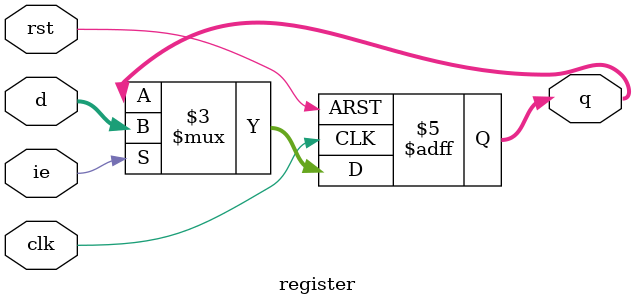
<source format=v>
module register (
    input wire [15:0] d,
    output reg [15:0] q,
    input wire clk, ie, rst
);

initial q <= 0;

always @(posedge clk, posedge rst) begin
    if (rst)
        q <= 0;
    else if (ie)
        q <= d;
end
    
endmodule
</source>
